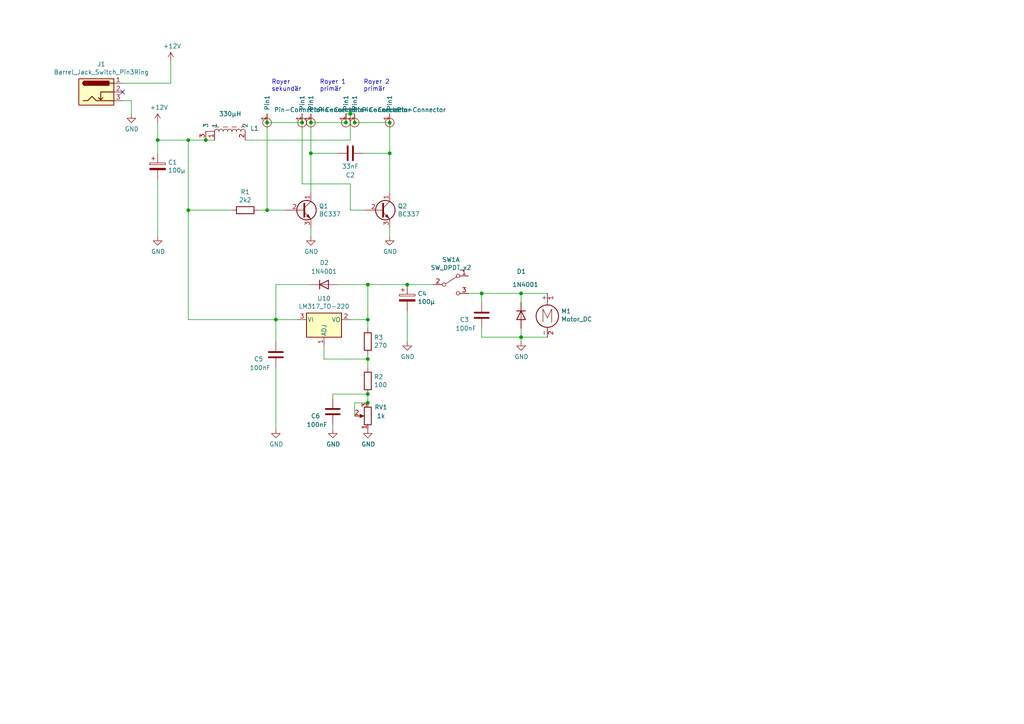
<source format=kicad_sch>
(kicad_sch (version 20230121) (generator eeschema)
  (paper "A4")
  (title_block (title "RD40_PS_V1") (date "2021-01-03") (rev "V1") (company "Ludwin Monz") (comment 1 "you may not use the material for commercial purposes") (comment 2 "you may use non-commercially, adapt, share alike") (comment 3 "https://creativecommons.org/licenses/by-nc-sa/4.0/") (comment 4 "License: Creative Commons Attribution-Non-Commercial (CC BY-NC-SA)"))
  (lib_symbols
    (symbol "Connector:Barrel_Jack_Switch_Pin3Ring" (pin_names hide)
      (property "Reference" "J" (at 0 5.334 0))
      (property "Value" "Barrel_Jack_Switch_Pin3Ring" (at 0 -5.08 0))
      (symbol "Barrel_Jack_Switch_Pin3Ring_0_1"
        (rectangle (start -5.08 3.81) (end 5.08 -3.81) (stroke (width 0.254)) (fill (type background)))
        (arc (start -3.302 3.175) (mid -3.9343 2.54) (end -3.302 1.905) (stroke (width 0.254)))
        (arc (start -3.302 3.175) (mid -3.9343 2.54) (end -3.302 1.905) (stroke (width 0.254)) (fill (type outline)))
        (polyline (pts (xy 1.27 -2.286) (xy 1.905 -1.651)) (stroke (width 0.254)))
        (polyline (pts (xy 5.08 2.54) (xy 3.81 2.54)) (stroke (width 0.254)))
        (polyline (pts (xy 5.08 0) (xy 1.27 0) (xy 1.27 -2.286) (xy 0.635 -1.651)) (stroke (width 0.254)))
        (polyline (pts (xy -3.81 -2.54) (xy -2.54 -2.54) (xy -1.27 -1.27) (xy 0 -2.54) (xy 2.54 -2.54) (xy 5.08 -2.54)) (stroke (width 0.254)))
        (rectangle (start 3.683 3.175) (end -3.302 1.905) (stroke (width 0.254)) (fill (type outline)))
      )
      (symbol "Barrel_Jack_Switch_Pin3Ring_1_1"
        (pin passive line (at 7.62 2.54 180) (length 2.54) (name "~") (number "1"))
        (pin passive line (at 7.62 0 180) (length 2.54) (name "~") (number "2"))
        (pin passive line (at 7.62 -2.54 180) (length 2.54) (name "~") (number "3"))
      )
    )
    (symbol "Device:C" (pin_numbers hide) (pin_names (offset 0.254))
      (property "Reference" "C" (at 0.635 2.54 0))
      (property "Value" "C" (at 0.635 -2.54 0))
      (symbol "C_0_1"
        (polyline (pts (xy -2.032 -0.762) (xy 2.032 -0.762)) (stroke (width 0.508)))
        (polyline (pts (xy -2.032 0.762) (xy 2.032 0.762)) (stroke (width 0.508)))
      )
      (symbol "C_1_1"
        (pin passive line (at 0 3.81 270) (length 2.794) (name "~") (number "1"))
        (pin passive line (at 0 -3.81 90) (length 2.794) (name "~") (number "2"))
      )
    )
    (symbol "Device:Q_NPN_CBE" (pin_names (offset 0) hide)
      (property "Reference" "Q" (at 5.08 1.27 0))
      (property "Value" "Q_NPN_CBE" (at 5.08 -1.27 0))
      (symbol "Q_NPN_CBE_0_1"
        (polyline (pts (xy 0.635 0.635) (xy 2.54 2.54)))
        (polyline (pts (xy 0.635 -0.635) (xy 2.54 -2.54) (xy 2.54 -2.54)))
        (polyline (pts (xy 0.635 1.905) (xy 0.635 -1.905) (xy 0.635 -1.905)) (stroke (width 0.508)))
        (polyline (pts (xy 1.27 -1.778) (xy 1.778 -1.27) (xy 2.286 -2.286) (xy 1.27 -1.778) (xy 1.27 -1.778)) (fill (type outline)))
        (circle (center 1.27 0) (radius 2.8194) (stroke (width 0.254)))
      )
      (symbol "Q_NPN_CBE_1_1"
        (pin passive line (at 2.54 5.08 270) (length 2.54) (name "C") (number "1"))
        (pin input line (at -5.08 0 0) (length 5.715) (name "B") (number "2"))
        (pin passive line (at 2.54 -5.08 90) (length 2.54) (name "E") (number "3"))
      )
    )
    (symbol "Device:R" (pin_numbers hide) (pin_names (offset 0))
      (property "Reference" "R" (at 2.032 0 90))
      (property "Value" "R" (at 0 0 90))
      (symbol "R_0_1"
        (rectangle (start -1.016 -2.54) (end 1.016 2.54) (stroke (width 0.254)))
      )
      (symbol "R_1_1"
        (pin passive line (at 0 3.81 270) (length 1.27) (name "~") (number "1"))
        (pin passive line (at 0 -3.81 90) (length 1.27) (name "~") (number "2"))
      )
    )
    (symbol "Diode:1N4001" (pin_numbers hide) (pin_names hide)
      (property "Reference" "D" (at 0 2.54 0))
      (property "Value" "1N4001" (at 0 -2.54 0))
      (symbol "1N4001_0_1"
        (polyline (pts (xy -1.27 1.27) (xy -1.27 -1.27)) (stroke (width 0.254)))
        (polyline (pts (xy 1.27 0) (xy -1.27 0)))
        (polyline (pts (xy 1.27 1.27) (xy 1.27 -1.27) (xy -1.27 0) (xy 1.27 1.27)) (stroke (width 0.254)))
      )
      (symbol "1N4001_1_1"
        (pin passive line (at -3.81 0 0) (length 2.54) (name "K") (number "1"))
        (pin passive line (at 3.81 0 180) (length 2.54) (name "A") (number "2"))
      )
    )
    (symbol "Motor:Motor_DC" (pin_names (offset 0))
      (property "Reference" "M" (at 2.54 2.54 0))
      (property "Value" "Motor_DC" (at 2.54 -5.08 0))
      (symbol "Motor_DC_0_0"
        (polyline (pts (xy -1.27 -3.302) (xy -1.27 0.508) (xy 0 -2.032) (xy 1.27 0.508) (xy 1.27 -3.302)))
      )
      (symbol "Motor_DC_0_1"
        (circle (center 0 -1.524) (radius 3.2512) (stroke (width 0.254)))
        (polyline (pts (xy 0 -7.62) (xy 0 -7.112)))
        (polyline (pts (xy 0 -4.7752) (xy 0 -5.1816)))
        (polyline (pts (xy 0 1.7272) (xy 0 2.0828)))
        (polyline (pts (xy 0 2.032) (xy 0 2.54)))
      )
      (symbol "Motor_DC_1_1"
        (pin passive line (at 0 5.08 270) (length 2.54) (name "+") (number "1"))
        (pin passive line (at 0 -7.62 90) (length 2.54) (name "-") (number "2"))
      )
    )
    (symbol "RD40_PS_V1-rescue:CP-Device" (pin_numbers hide) (pin_names (offset 0.254))
      (property "Reference" "C" (at 0.635 2.54 0))
      (property "Value" "Device_CP" (at 0.635 -2.54 0))
      (symbol "CP-Device_0_1"
        (rectangle (start -2.286 0.508) (end 2.286 1.016))
        (polyline (pts (xy -1.778 2.286) (xy -0.762 2.286)))
        (polyline (pts (xy -1.27 2.794) (xy -1.27 1.778)))
        (rectangle (start 2.286 -0.508) (end -2.286 -1.016) (fill (type outline)))
      )
      (symbol "CP-Device_1_1"
        (pin passive line (at 0 3.81 270) (length 2.794) (name "~") (number "1"))
        (pin passive line (at 0 -3.81 90) (length 2.794) (name "~") (number "2"))
      )
    )
    (symbol "RD40_PS_V1-rescue:R_POT-Device" (pin_names (offset 1.016) hide)
      (property "Reference" "RV" (at -4.445 0 90))
      (property "Value" "Device_R_POT" (at -2.54 0 90))
      (symbol "R_POT-Device_0_1"
        (polyline (pts (xy 2.54 0) (xy 1.524 0)))
        (polyline (pts (xy 1.143 0) (xy 2.286 0.508) (xy 2.286 -0.508) (xy 1.143 0)) (fill (type outline)))
        (rectangle (start 1.016 2.54) (end -1.016 -2.54) (stroke (width 0.254)))
      )
      (symbol "R_POT-Device_1_1"
        (pin passive line (at 0 3.81 270) (length 1.27) (name "1") (number "1"))
        (pin passive line (at 3.81 0 180) (length 1.27) (name "2") (number "2"))
        (pin passive line (at 0 -3.81 90) (length 1.27) (name "3") (number "3"))
      )
    )
    (symbol "Regulator_Linear:LM317_TO-220" (pin_names (offset 0.254))
      (property "Reference" "U" (at -3.81 3.175 0))
      (property "Value" "LM317_TO-220" (at 0 3.175 0))
      (symbol "LM317_TO-220_0_1"
        (rectangle (start -5.08 1.905) (end 5.08 -5.08) (stroke (width 0.254)) (fill (type background)))
      )
      (symbol "LM317_TO-220_1_1"
        (pin input line (at 0 -7.62 90) (length 2.54) (name "ADJ") (number "1"))
        (pin power_out line (at 7.62 0 180) (length 2.54) (name "VO") (number "2"))
        (pin power_in line (at -7.62 0 0) (length 2.54) (name "VI") (number "3"))
      )
    )
    (symbol "Switch:SW_DPDT_x2" (pin_names (offset 0) hide)
      (property "Reference" "SW" (at 0 4.318 0))
      (property "Value" "SW_DPDT_x2" (at 0 -5.08 0))
      (symbol "SW_DPDT_x2_0_0"
        (circle (center -2.032 0) (radius 0.508))
        (circle (center 2.032 -2.54) (radius 0.508))
      )
      (symbol "SW_DPDT_x2_0_1"
        (polyline (pts (xy -1.524 0.254) (xy 1.651 2.286)))
        (circle (center 2.032 2.54) (radius 0.508))
      )
      (symbol "SW_DPDT_x2_1_1"
        (pin passive line (at 5.08 2.54 180) (length 2.54) (name "A") (number "1"))
        (pin passive line (at -5.08 0 0) (length 2.54) (name "B") (number "2"))
        (pin passive line (at 5.08 -2.54 180) (length 2.54) (name "C") (number "3"))
      )
      (symbol "SW_DPDT_x2_2_1"
        (pin passive line (at 5.08 2.54 180) (length 2.54) (name "A") (number "4"))
        (pin passive line (at -5.08 0 0) (length 2.54) (name "B") (number "5"))
        (pin passive line (at 5.08 -2.54 180) (length 2.54) (name "C") (number "6"))
      )
    )
    (symbol "my_symbols:Pin-Connector" (pin_names (offset 1.016))
      (property "Value" "Pin-Connector" (at 0 0 0))
      (symbol "Pin-Connector_0_1"
        (circle (center 0 -2.54) (radius 1.27))
      )
      (symbol "Pin-Connector_1_1"
        (pin input line (at 0 -2.54 0) (length 2.54) (name "Pin1") (number "1"))
      )
    )
    (symbol "my_symbols:coil_2size" (pin_names (offset 1.016))
      (property "Reference" "L" (at 7.62 3.81 0))
      (property "Value" "coil_2size" (at 0 3.81 0))
      (symbol "coil_2size_0_1"
        (arc (start -1.27 0) (mid -1.905 0.6323) (end -2.54 0))
        (arc (start -1.27 0) (mid -1.27 0) (end -1.27 0))
        (arc (start 0 0) (mid -0.635 0.6323) (end -1.27 0))
        (polyline (pts (xy -5.08 0) (xy -3.81 0)))
        (polyline (pts (xy -3.81 0) (xy -2.54 0)))
        (polyline (pts (xy -2.54 1.27) (xy -1.27 1.27)))
        (polyline (pts (xy 0 1.27) (xy 1.27 1.27)))
        (polyline (pts (xy 2.54 1.27) (xy 3.81 1.27)))
        (polyline (pts (xy 5.08 1.27) (xy 6.35 1.27)))
        (arc (start 1.27 0) (mid 0.635 0.6323) (end 0 0))
        (arc (start 2.54 0) (mid 1.905 0.6323) (end 1.27 0))
        (arc (start 3.81 0) (mid 3.175 0.6323) (end 2.54 0))
        (arc (start 5.08 0) (mid 4.445 0.6323) (end 3.81 0))
        (arc (start 6.35 0) (mid 5.715 0.6323) (end 5.08 0))
      )
      (symbol "coil_2size_1_1"
        (pin input line (at -2.54 -2.54 90) (length 2.54) (name "1") (number "1"))
        (pin input line (at 6.35 -2.54 90) (length 2.54) (name "2") (number "2"))
        (pin input line (at -5.08 -2.54 90) (length 2.54) (name "3") (number "3"))
      )
    )
    (symbol "power:+12V" (power) (pin_names (offset 0))
      (property "Value" "+12V" (at 0 3.556 0))
      (symbol "+12V_0_1"
        (polyline (pts (xy -0.762 1.27) (xy 0 2.54)))
        (polyline (pts (xy 0 0) (xy 0 2.54)))
        (polyline (pts (xy 0 2.54) (xy 0.762 1.27)))
      )
      (symbol "+12V_1_1"
        (pin power_in line (at 0 0 90) (length 0) hide (name "+12V") (number "1"))
      )
    )
    (symbol "power:GND" (power) (pin_names (offset 0))
      (property "Value" "GND" (at 0 -3.81 0))
      (symbol "GND_0_1"
        (polyline (pts (xy 0 0) (xy 0 -1.27) (xy 1.27 -1.27) (xy 0 -2.54) (xy -1.27 -1.27) (xy 0 -1.27)))
      )
      (symbol "GND_1_1"
        (pin power_in line (at 0 0 270) (length 0) hide (name "GND") (number "1"))
      )
    )
  )
  (junction (at 106.68 82.55))
  (junction (at 118.11 82.55))
  (junction (at 106.68 92.71))
  (junction (at 101.6 33.02))
  (junction (at 151.13 97.79))
  (junction (at 77.47 60.96))
  (junction (at 139.7 85.09))
  (junction (at 54.61 60.96))
  (junction (at 106.68 114.3))
  (junction (at 45.72 40.64))
  (junction (at 106.68 104.14))
  (junction (at 54.61 40.64))
  (junction (at 100.33 35.56))
  (junction (at 113.03 44.45))
  (junction (at 151.13 85.09))
  (junction (at 102.87 35.56))
  (junction (at 113.03 35.56))
  (junction (at 90.17 35.56))
  (junction (at 106.68 116.84))
  (junction (at 59.69 40.64))
  (junction (at 80.01 92.71))
  (junction (at 77.47 35.56))
  (junction (at 87.63 35.56))
  (junction (at 90.17 44.45))
  (no_connect (at 35.56 26.67))
  (wire (pts (xy 113.03 35.56) (xy 113.03 44.45)))
  (wire (pts (xy 135.89 85.09) (xy 139.7 85.09)))
  (wire (pts (xy 106.68 95.25) (xy 106.68 92.71)))
  (wire (pts (xy 105.41 44.45) (xy 113.03 44.45)))
  (wire (pts (xy 118.11 99.06) (xy 118.11 90.17)))
  (wire (pts (xy 101.6 92.71) (xy 106.68 92.71)))
  (wire (pts (xy 45.72 52.07) (xy 45.72 68.58)))
  (wire (pts (xy 93.98 100.33) (xy 93.98 104.14)))
  (wire (pts (xy 106.68 116.84) (xy 106.68 114.3)))
  (wire (pts (xy 101.6 40.64) (xy 71.12 40.64)))
  (wire (pts (xy 96.52 124.46) (xy 96.52 123.19)))
  (wire (pts (xy 100.33 33.02) (xy 101.6 33.02)))
  (wire (pts (xy 54.61 60.96) (xy 54.61 40.64)))
  (wire (pts (xy 151.13 87.63) (xy 151.13 85.09)))
  (wire (pts (xy 90.17 82.55) (xy 80.01 82.55)))
  (wire (pts (xy 101.6 33.02) (xy 102.87 33.02)))
  (wire (pts (xy 80.01 92.71) (xy 86.36 92.71)))
  (wire (pts (xy 49.53 24.13) (xy 49.53 17.78)))
  (wire (pts (xy 101.6 53.34) (xy 101.6 60.96)))
  (wire (pts (xy 106.68 104.14) (xy 106.68 102.87)))
  (wire (pts (xy 45.72 35.56) (xy 45.72 40.64)))
  (wire (pts (xy 54.61 40.64) (xy 45.72 40.64)))
  (wire (pts (xy 80.01 82.55) (xy 80.01 92.71)))
  (wire (pts (xy 59.69 40.64) (xy 54.61 40.64)))
  (wire (pts (xy 96.52 114.3) (xy 106.68 114.3)))
  (wire (pts (xy 54.61 60.96) (xy 54.61 92.71)))
  (wire (pts (xy 54.61 92.71) (xy 80.01 92.71)))
  (wire (pts (xy 101.6 60.96) (xy 105.41 60.96)))
  (wire (pts (xy 80.01 106.68) (xy 80.01 124.46)))
  (wire (pts (xy 102.87 35.56) (xy 102.87 33.02)))
  (wire (pts (xy 87.63 35.56) (xy 87.63 53.34)))
  (wire (pts (xy 118.11 82.55) (xy 125.73 82.55)))
  (wire (pts (xy 97.79 82.55) (xy 106.68 82.55)))
  (wire (pts (xy 77.47 60.96) (xy 82.55 60.96)))
  (wire (pts (xy 113.03 44.45) (xy 113.03 55.88)))
  (wire (pts (xy 102.87 120.65) (xy 102.87 116.84)))
  (wire (pts (xy 106.68 82.55) (xy 118.11 82.55)))
  (wire (pts (xy 113.03 33.02) (xy 113.03 35.56)))
  (wire (pts (xy 151.13 97.79) (xy 158.75 97.79)))
  (wire (pts (xy 97.79 44.45) (xy 90.17 44.45)))
  (wire (pts (xy 106.68 106.68) (xy 106.68 104.14)))
  (wire (pts (xy 101.6 33.02) (xy 101.6 40.64)))
  (wire (pts (xy 93.98 104.14) (xy 106.68 104.14)))
  (wire (pts (xy 100.33 35.56) (xy 100.33 33.02)))
  (wire (pts (xy 80.01 92.71) (xy 80.01 99.06)))
  (wire (pts (xy 100.33 35.56) (xy 90.17 35.56)))
  (wire (pts (xy 151.13 95.25) (xy 151.13 97.79)))
  (wire (pts (xy 59.69 40.64) (xy 62.23 40.64)))
  (wire (pts (xy 87.63 33.02) (xy 87.63 35.56)))
  (wire (pts (xy 77.47 60.96) (xy 74.93 60.96)))
  (wire (pts (xy 87.63 35.56) (xy 77.47 35.56)))
  (wire (pts (xy 113.03 68.58) (xy 113.03 66.04)))
  (wire (pts (xy 45.72 40.64) (xy 45.72 44.45)))
  (wire (pts (xy 139.7 97.79) (xy 151.13 97.79)))
  (wire (pts (xy 106.68 92.71) (xy 106.68 82.55)))
  (wire (pts (xy 87.63 53.34) (xy 101.6 53.34)))
  (wire (pts (xy 113.03 35.56) (xy 102.87 35.56)))
  (wire (pts (xy 77.47 33.02) (xy 77.47 35.56)))
  (wire (pts (xy 139.7 85.09) (xy 151.13 85.09)))
  (wire (pts (xy 90.17 35.56) (xy 90.17 44.45)))
  (wire (pts (xy 90.17 33.02) (xy 90.17 35.56)))
  (wire (pts (xy 151.13 85.09) (xy 158.75 85.09)))
  (wire (pts (xy 77.47 35.56) (xy 77.47 60.96)))
  (wire (pts (xy 96.52 115.57) (xy 96.52 114.3)))
  (wire (pts (xy 139.7 87.63) (xy 139.7 85.09)))
  (wire (pts (xy 67.31 60.96) (xy 54.61 60.96)))
  (wire (pts (xy 35.56 24.13) (xy 49.53 24.13)))
  (wire (pts (xy 139.7 95.25) (xy 139.7 97.79)))
  (wire (pts (xy 90.17 68.58) (xy 90.17 66.04)))
  (wire (pts (xy 90.17 44.45) (xy 90.17 55.88)))
  (wire (pts (xy 151.13 97.79) (xy 151.13 99.06)))
  (wire (pts (xy 35.56 29.21) (xy 38.1 29.21)))
  (wire (pts (xy 38.1 29.21) (xy 38.1 33.02)))
  (wire (pts (xy 102.87 116.84) (xy 106.68 116.84)))
  (text "Royer 2\nprimär" (at 105.41 26.67 0) (effects (font (size 1.27 1.27)) (justify left bottom)))
  (text "Royer\nsekundär" (at 78.74 26.67 0) (effects (font (size 1.27 1.27)) (justify left bottom)))
  (text "Royer 1\nprimär" (at 92.71 26.67 0) (effects (font (size 1.27 1.27)) (justify left bottom)))
  (symbol (lib_id "RD40_PS_V1-rescue:CP-Device") (at 45.72 48.26 0) (unit 1)
    (property "Reference" "C1" (at 48.7172 47.0916 0) (effects (justify left)))
    (property "Value" "100µ" (at 48.7172 49.403 0) (effects (justify left)))
    (property "Footprint" "Capacitor_THT:CP_Radial_D6.3mm_P2.50mm" (effects hide))
  )
  (symbol (lib_id "power:+12V") (at 45.72 35.56 0) (unit 1)
    (property "Reference" "#PWR01" (effects hide))
    (property "Value" "+12V" (at 46.101 31.1658 0))
  )
  (symbol (lib_id "Device:Q_NPN_CBE") (at 87.63 60.96 0) (unit 1)
    (property "Reference" "Q1" (at 92.4814 59.7916 0) (effects (justify left)))
    (property "Value" "BC337" (at 92.4814 62.103 0) (effects (justify left)))
    (property "Footprint" "Package_TO_SOT_THT:TO-92_Inline_Wide" (effects hide))
  )
  (symbol (lib_id "Device:Q_NPN_CBE") (at 110.49 60.96 0) (unit 1)
    (property "Reference" "Q2" (at 115.3414 59.7916 0) (effects (justify left)))
    (property "Value" "BC337" (at 115.3414 62.103 0) (effects (justify left)))
    (property "Footprint" "Package_TO_SOT_THT:TO-92_Inline_Wide" (effects hide))
  )
  (symbol (lib_id "my_symbols:coil_2size") (at 64.77 38.1 0) (unit 1)
    (property "Reference" "L1" (at 72.5932 37.2364 0) (effects (justify left)))
    (property "Value" "330µH" (at 63.5 33.02 0) (effects (justify left)))
    (property "Footprint" "my_footprints:L_vertical12" (effects hide))
  )
  (symbol (lib_id "Device:C") (at 101.6 44.45 270) (unit 1)
    (property "Reference" "C2" (at 101.6 50.8 90))
    (property "Value" "33nF" (at 101.6 48.26 90))
    (property "Footprint" "my_footprints:MKP10_630V" (effects hide))
  )
  (symbol (lib_id "Device:R") (at 71.12 60.96 270) (unit 1)
    (property "Reference" "R1" (at 71.12 55.7022 90))
    (property "Value" "2k2" (at 71.12 58.0136 90))
    (property "Footprint" "Resistor_THT:R_Axial_DIN0207_L6.3mm_D2.5mm_P10.16mm_Horizontal" (effects hide))
  )
  (symbol (lib_id "Connector:Barrel_Jack_Switch_Pin3Ring") (at 27.94 26.67 0) (unit 1)
    (property "Reference" "J1" (at 29.3878 18.6182 0))
    (property "Value" "Barrel_Jack_Switch_Pin3Ring" (at 29.3878 20.9296 0))
    (property "Footprint" "my_footprints:GRAVITECH_CON-SOCJ-2155" (effects hide))
  )
  (symbol (lib_id "power:+12V") (at 49.53 17.78 0) (unit 1)
    (property "Reference" "#PWR02" (effects hide))
    (property "Value" "+12V" (at 49.911 13.3858 0))
  )
  (symbol (lib_id "power:GND") (at 38.1 33.02 0) (unit 1)
    (property "Reference" "#PWR0118" (effects hide))
    (property "Value" "GND" (at 38.227 37.4142 0))
  )
  (symbol (lib_id "power:GND") (at 45.72 68.58 0) (unit 1)
    (property "Reference" "#PWR0119" (effects hide))
    (property "Value" "GND" (at 45.847 72.9742 0))
  )
  (symbol (lib_id "power:GND") (at 90.17 68.58 0) (unit 1)
    (property "Reference" "#PWR0120" (effects hide))
    (property "Value" "GND" (at 90.297 72.9742 0))
  )
  (symbol (lib_id "power:GND") (at 113.03 68.58 0) (unit 1)
    (property "Reference" "#PWR0121" (effects hide))
    (property "Value" "GND" (at 113.157 72.9742 0))
  )
  (symbol (lib_id "my_symbols:Pin-Connector") (at 74.93 35.56 90) (unit 1)
    (property "Reference" "U1" (effects hide))
    (property "Value" "Pin-Connector" (at 79.4512 31.8516 90) (effects (justify right)))
    (property "Footprint" "my_footprints:Pin_2mm" (effects hide))
  )
  (symbol (lib_id "my_symbols:Pin-Connector") (at 85.09 35.56 90) (unit 1)
    (property "Reference" "U2" (effects hide))
    (property "Value" "Pin-Connector" (at 89.6112 31.8516 90) (effects (justify right)))
    (property "Footprint" "my_footprints:Pin_2mm" (effects hide))
  )
  (symbol (lib_id "my_symbols:Pin-Connector") (at 87.63 35.56 90) (unit 1)
    (property "Reference" "U3" (effects hide))
    (property "Value" "Pin-Connector" (at 92.1512 31.8516 90) (effects (justify right)))
    (property "Footprint" "my_footprints:Pin_2mm" (effects hide))
  )
  (symbol (lib_id "my_symbols:Pin-Connector") (at 97.79 35.56 90) (unit 1)
    (property "Reference" "U4" (effects hide))
    (property "Value" "Pin-Connector" (at 102.3112 31.8516 90) (effects (justify right)))
    (property "Footprint" "my_footprints:Pin_2mm" (effects hide))
  )
  (symbol (lib_id "my_symbols:Pin-Connector") (at 100.33 35.56 90) (unit 1)
    (property "Reference" "U5" (effects hide))
    (property "Value" "Pin-Connector" (at 104.8512 31.8516 90) (effects (justify right)))
    (property "Footprint" "my_footprints:Pin_2mm" (effects hide))
  )
  (symbol (lib_id "my_symbols:Pin-Connector") (at 110.49 35.56 90) (unit 1)
    (property "Reference" "U6" (effects hide))
    (property "Value" "Pin-Connector" (at 115.0112 31.8516 90) (effects (justify right)))
    (property "Footprint" "my_footprints:Pin_2mm" (effects hide))
  )
  (symbol (lib_id "Device:R") (at 106.68 110.49 0) (unit 1)
    (property "Reference" "R2" (at 108.458 109.3216 0) (effects (justify left)))
    (property "Value" "100" (at 108.458 111.633 0) (effects (justify left)))
    (property "Footprint" "Resistor_THT:R_Axial_DIN0207_L6.3mm_D2.5mm_P10.16mm_Horizontal" (effects hide))
  )
  (symbol (lib_id "RD40_PS_V1-rescue:R_POT-Device") (at 106.68 120.65 180) (unit 1)
    (property "Reference" "RV1" (at 110.49 118.11 0))
    (property "Value" "1k" (at 110.49 120.65 0))
    (property "Footprint" "my_footprints:Poti_10mm" (effects hide))
  )
  (symbol (lib_id "Device:C") (at 139.7 91.44 0) (unit 1)
    (property "Reference" "C3" (at 133.35 92.71 0) (effects (justify left)))
    (property "Value" "100nF" (at 132.08 95.25 0) (effects (justify left)))
    (property "Footprint" "Capacitor_THT:C_Rect_L7.0mm_W2.0mm_P5.00mm" (effects hide))
  )
  (symbol (lib_id "power:GND") (at 106.68 124.46 0) (unit 1)
    (property "Reference" "#PWR0101" (effects hide))
    (property "Value" "GND" (at 106.807 128.8542 0))
  )
  (symbol (lib_id "Switch:SW_DPDT_x2") (at 130.81 82.55 0) (unit 1)
    (property "Reference" "SW1" (at 130.81 75.311 0))
    (property "Value" "SW_DPDT_x2" (at 130.81 77.6224 0))
    (property "Footprint" "my_footprints:Switch1" (effects hide))
  )
  (symbol (lib_id "power:GND") (at 151.13 99.06 0) (unit 1)
    (property "Reference" "#PWR0104" (effects hide))
    (property "Value" "GND" (at 151.257 103.4542 0))
  )
  (symbol (lib_id "Device:R") (at 106.68 99.06 0) (unit 1)
    (property "Reference" "R3" (at 108.458 97.8916 0) (effects (justify left)))
    (property "Value" "270" (at 108.458 100.203 0) (effects (justify left)))
    (property "Footprint" "Resistor_THT:R_Axial_DIN0207_L6.3mm_D2.5mm_P10.16mm_Horizontal" (effects hide))
  )
  (symbol (lib_id "Motor:Motor_DC") (at 158.75 90.17 0) (unit 1)
    (property "Reference" "M1" (at 162.7632 90.2716 0) (effects (justify left)))
    (property "Value" "Motor_DC" (at 162.7632 92.583 0) (effects (justify left)))
    (property "Footprint" "my_footprints:motor" (effects hide))
  )
  (symbol (lib_id "Diode:1N4001") (at 151.13 91.44 270) (unit 1)
    (property "Reference" "D1" (at 149.86 78.74 90) (effects (justify left)))
    (property "Value" "1N4001" (at 148.59 82.55 90) (effects (justify left)))
    (property "Footprint" "Diode_THT:D_DO-41_SOD81_P10.16mm_Horizontal" (effects hide))
    (property "Datasheet" "http://www.vishay.com/docs/88503/1n4001.pdf" (effects hide))
  )
  (symbol (lib_id "Device:C") (at 96.52 119.38 0) (unit 1)
    (property "Reference" "C6" (at 90.17 120.65 0) (effects (justify left)))
    (property "Value" "100nF" (at 88.9 123.19 0) (effects (justify left)))
    (property "Footprint" "Capacitor_THT:C_Rect_L7.0mm_W2.0mm_P5.00mm" (effects hide))
  )
  (symbol (lib_id "power:GND") (at 96.52 124.46 0) (unit 1)
    (property "Reference" "#PWR0105" (effects hide))
    (property "Value" "GND" (at 96.647 128.8542 0))
  )
  (symbol (lib_id "Regulator_Linear:LM317_TO-220") (at 93.98 92.71 0) (unit 1)
    (property "Reference" "U10" (at 93.98 86.5632 0))
    (property "Value" "LM317_TO-220" (at 93.98 88.8746 0))
    (property "Footprint" "my_footprints:TO220_horizontal" (effects hide))
    (property "Datasheet" "http://www.ti.com/lit/ds/symlink/lm317.pdf" (effects hide))
  )
  (symbol (lib_id "Diode:1N4001") (at 93.98 82.55 0) (unit 1)
    (property "Reference" "D2" (at 92.71 76.2 0) (effects (justify left)))
    (property "Value" "1N4001" (at 90.17 78.74 0) (effects (justify left)))
    (property "Footprint" "Diode_THT:D_DO-41_SOD81_P10.16mm_Horizontal" (effects hide))
    (property "Datasheet" "http://www.vishay.com/docs/88503/1n4001.pdf" (effects hide))
  )
  (symbol (lib_id "Device:C") (at 80.01 102.87 0) (unit 1)
    (property "Reference" "C5" (at 73.66 104.14 0) (effects (justify left)))
    (property "Value" "100nF" (at 72.39 106.68 0) (effects (justify left)))
    (property "Footprint" "Capacitor_THT:C_Rect_L7.0mm_W2.0mm_P5.00mm" (effects hide))
  )
  (symbol (lib_id "power:GND") (at 80.01 124.46 0) (unit 1)
    (property "Reference" "#PWR0102" (effects hide))
    (property "Value" "GND" (at 80.137 128.8542 0))
  )
  (symbol (lib_id "RD40_PS_V1-rescue:CP-Device") (at 118.11 86.36 0) (unit 1)
    (property "Reference" "C4" (at 121.1072 85.1916 0) (effects (justify left)))
    (property "Value" "100µ" (at 121.1072 87.503 0) (effects (justify left)))
    (property "Footprint" "Capacitor_THT:CP_Radial_D6.3mm_P2.50mm" (effects hide))
  )
  (symbol (lib_id "power:GND") (at 118.11 99.06 0) (unit 1)
    (property "Reference" "#PWR0103" (effects hide))
    (property "Value" "GND" (at 118.237 103.4542 0))
  )
)
</source>
